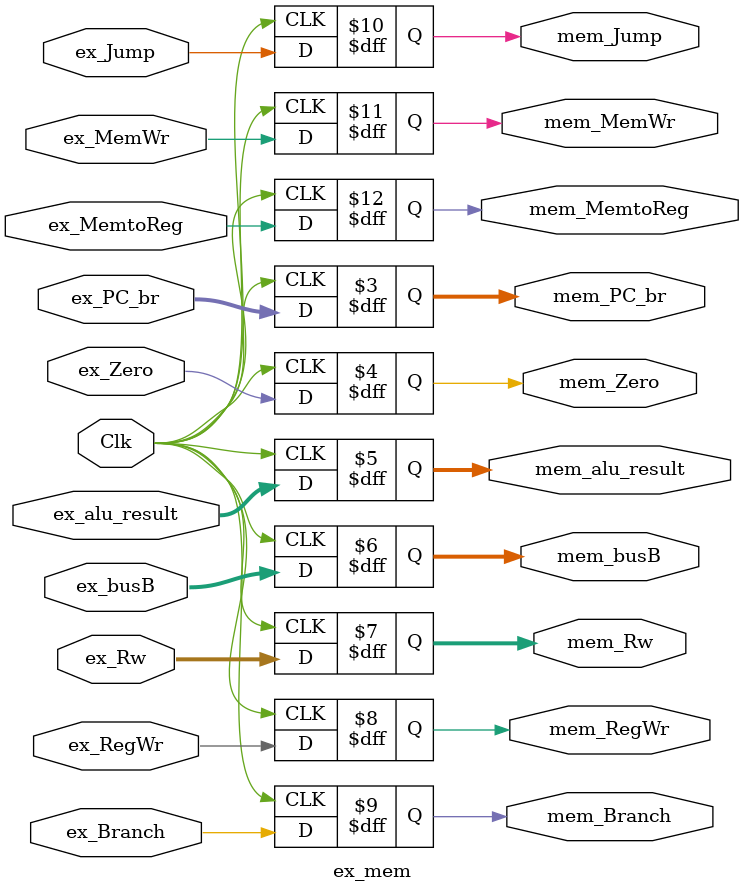
<source format=v>
module ex_mem(Clk,ex_PC_br,ex_Zero,ex_alu_result,ex_busB,ex_Rw,ex_RegWr,ex_Branch,ex_Jump,ex_MemWr,ex_MemtoReg,
            mem_PC_br,mem_Zero,mem_alu_result,mem_busB,mem_Rw,mem_RegWr,mem_Branch,mem_Jump,mem_MemWr,mem_MemtoReg);
        input Clk;
        input[31:2]  ex_PC_br;
        input        ex_Zero;
        input[31:0]  ex_alu_result;
        input[31:0]  ex_busB;
        input[4:0]   ex_Rw;        
        input        ex_RegWr,ex_Branch,ex_Jump,ex_MemWr,ex_MemtoReg;
	       
        output reg [31:2]  mem_PC_br;
        output reg         mem_Zero;
        output reg [31:0]  mem_alu_result;
        output reg [31:0]  mem_busB;
        output reg [4:0]   mem_Rw;
        output reg         mem_RegWr,mem_Branch,mem_Jump,mem_MemWr,mem_MemtoReg;
        
        initial begin
          mem_PC_br      = 30'd0;
          mem_Zero       = 0;
          mem_alu_result = 32'd0;
          mem_busB       = 32'd0;
          mem_Rw         = 5'd0;
          mem_RegWr      = 0;
          mem_Branch     = 0;
          mem_Jump       = 0;
          mem_MemWr      = 0;
          mem_MemtoReg   = 0;
        end
        always @(posedge Clk)
        begin
          mem_PC_br      <= ex_PC_br;
          mem_alu_result <= ex_alu_result;
          mem_busB       <= ex_busB;
          mem_Rw         <= ex_Rw;     
          
          //control
          mem_Zero       <= ex_Zero;
          mem_RegWr      <= ex_RegWr;
          mem_Branch     <= ex_Branch;
          mem_Jump       <= ex_Jump;
          mem_MemWr      <= ex_MemWr;
          mem_MemtoReg   <= ex_MemtoReg;       
        end
endmodule
</source>
